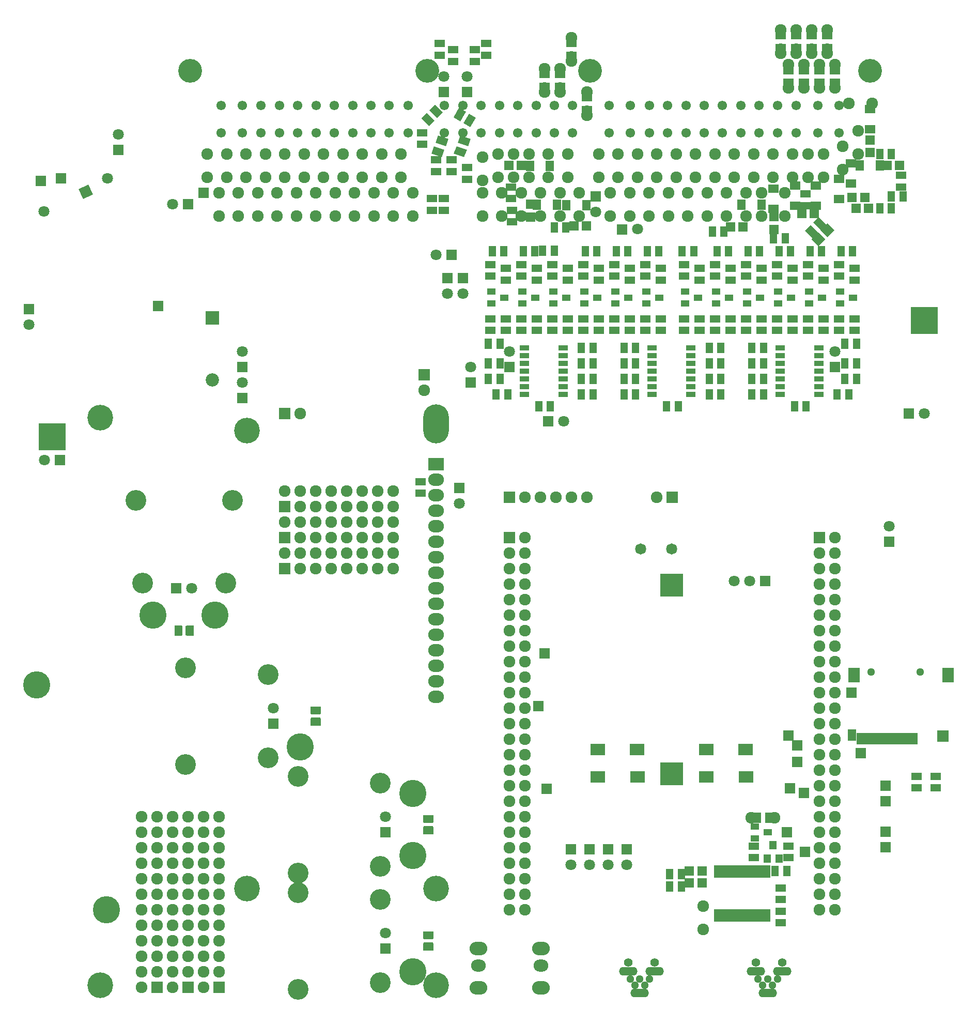
<source format=gbs>
G04 (created by PCBNEW (2013-07-07 BZR 4022)-stable) date 18/12/2014 23:20:11*
%MOIN*%
G04 Gerber Fmt 3.4, Leading zero omitted, Abs format*
%FSLAX34Y34*%
G01*
G70*
G90*
G04 APERTURE LIST*
%ADD10C,0.00393701*%
%ADD11C,0.165748*%
%ADD12O,0.100748X0.080748*%
%ADD13R,0.100748X0.080748*%
%ADD14O,0.165748X0.251968*%
%ADD15C,0.075748*%
%ADD16C,0.061048*%
%ADD17C,0.153548*%
%ADD18R,0.070748X0.050748*%
%ADD19R,0.070748X0.070748*%
%ADD20C,0.070748*%
%ADD21R,0.145276X0.145276*%
%ADD22R,0.075748X0.075748*%
%ADD23C,0.071748*%
%ADD24R,0.0944882X0.0748031*%
%ADD25C,0.085748*%
%ADD26R,0.085748X0.085748*%
%ADD27R,0.055148X0.039348*%
%ADD28R,0.050748X0.070748*%
%ADD29R,0.060748X0.035748*%
%ADD30R,0.031748X0.080748*%
%ADD31R,0.045748X0.075748*%
%ADD32R,0.055748X0.075748*%
%ADD33R,0.075748X0.095748*%
%ADD34C,0.050748*%
%ADD35C,0.055748*%
%ADD36O,0.094448X0.078748*%
%ADD37O,0.114148X0.086648*%
%ADD38C,0.133848*%
%ADD39R,0.060748X0.040748*%
%ADD40C,0.175748*%
%ADD41R,0.040748X0.060748*%
%ADD42R,0.047248X0.055148*%
%ADD43R,0.062948X0.062948*%
%ADD44R,0.075748X0.023748*%
%ADD45R,0.023748X0.075748*%
%ADD46R,0.053748X0.065748*%
%ADD47R,0.065748X0.053748*%
%ADD48O,0.118748X0.055748*%
%ADD49R,0.175748X0.175748*%
G04 APERTURE END LIST*
G54D10*
G54D11*
X57295Y-42584D03*
X57295Y-72112D03*
X69500Y-72112D03*
G54D12*
X69500Y-58750D03*
X69500Y-59750D03*
G54D13*
X69500Y-44750D03*
G54D12*
X69500Y-45750D03*
X69500Y-46750D03*
X69500Y-47750D03*
X69500Y-48750D03*
X69500Y-49750D03*
X69500Y-50750D03*
X69500Y-51750D03*
X69500Y-52750D03*
X69500Y-53750D03*
X69500Y-54750D03*
X69500Y-55750D03*
X69500Y-56750D03*
X69500Y-57750D03*
G54D14*
X69500Y-42167D03*
G54D11*
X69500Y-78364D03*
X47845Y-41750D03*
X47846Y-78364D03*
G54D15*
X78000Y-24750D03*
X78000Y-26250D03*
X61000Y-24750D03*
X61000Y-26250D03*
X59750Y-24750D03*
X59750Y-26250D03*
X58500Y-24750D03*
X58500Y-26250D03*
X57250Y-24750D03*
X57250Y-26250D03*
X54750Y-24750D03*
X54750Y-26250D03*
X56000Y-24750D03*
X56000Y-26250D03*
X87000Y-27250D03*
X87000Y-28750D03*
G54D16*
X55621Y-21628D03*
X55621Y-23400D03*
X56998Y-23400D03*
X56998Y-21628D03*
X61762Y-21628D03*
X61762Y-23400D03*
X60581Y-23400D03*
X60581Y-21628D03*
X58219Y-21628D03*
X58219Y-23400D03*
X59400Y-23400D03*
X59400Y-21628D03*
X64124Y-21628D03*
X64124Y-23400D03*
X62943Y-23400D03*
X62943Y-21628D03*
X65305Y-21628D03*
X65305Y-23400D03*
X66486Y-23400D03*
X66486Y-21628D03*
X73592Y-21628D03*
X73592Y-23400D03*
X72411Y-23400D03*
X72411Y-21628D03*
X70049Y-21628D03*
X70049Y-23400D03*
X71230Y-23400D03*
X71230Y-21628D03*
X75955Y-21628D03*
X75955Y-23400D03*
X74774Y-23400D03*
X74774Y-21628D03*
X77136Y-21628D03*
X77136Y-23400D03*
X67707Y-21628D03*
X67707Y-23400D03*
X78317Y-23400D03*
X78317Y-21628D03*
X82036Y-23400D03*
X82036Y-21628D03*
X80658Y-23400D03*
X80658Y-21628D03*
X86801Y-23400D03*
X86801Y-21628D03*
X85620Y-23400D03*
X85620Y-21628D03*
X83258Y-23400D03*
X83258Y-21628D03*
X84439Y-23400D03*
X84439Y-21628D03*
X89163Y-23400D03*
X89163Y-21628D03*
X87982Y-23400D03*
X87982Y-21628D03*
X90344Y-23400D03*
X90344Y-21628D03*
X91525Y-23400D03*
X91525Y-21628D03*
X92746Y-23400D03*
X92746Y-21628D03*
X94124Y-23400D03*
X94124Y-21628D03*
G54D17*
X53632Y-19384D03*
X68927Y-19384D03*
X79439Y-19384D03*
G54D16*
X95502Y-23400D03*
X95502Y-21628D03*
G54D17*
X97490Y-19384D03*
G54D15*
X75500Y-24750D03*
X75500Y-26250D03*
X77500Y-27250D03*
X77500Y-28750D03*
X76750Y-24750D03*
X76750Y-26250D03*
X78750Y-27250D03*
X78750Y-28750D03*
X80750Y-27250D03*
X80750Y-28750D03*
X80000Y-24750D03*
X80000Y-26250D03*
X82000Y-27250D03*
X82000Y-28750D03*
X81250Y-24750D03*
X81250Y-26250D03*
X83250Y-27250D03*
X83250Y-28750D03*
X82500Y-24750D03*
X82500Y-26250D03*
X84500Y-27250D03*
X84500Y-28750D03*
X83750Y-24750D03*
X83750Y-26250D03*
X85750Y-27250D03*
X85750Y-28750D03*
X85000Y-24750D03*
X85000Y-26250D03*
X76250Y-27250D03*
X76250Y-28750D03*
X86250Y-24750D03*
X86250Y-26250D03*
X88250Y-27250D03*
X88250Y-28750D03*
X87500Y-24750D03*
X87500Y-26250D03*
X89500Y-27250D03*
X89500Y-28750D03*
X88750Y-24750D03*
X88750Y-26250D03*
X90500Y-27250D03*
X90500Y-28750D03*
X90000Y-24750D03*
X90000Y-26250D03*
X92000Y-27250D03*
X92000Y-28750D03*
X91250Y-24750D03*
X91250Y-26250D03*
X93500Y-24750D03*
X93500Y-26250D03*
X92500Y-24750D03*
X92500Y-26250D03*
X95750Y-24250D03*
X95750Y-25750D03*
X94500Y-24750D03*
X94500Y-26250D03*
X96750Y-23250D03*
X96750Y-24750D03*
X96150Y-21500D03*
X97650Y-21500D03*
X65500Y-27250D03*
X65500Y-28750D03*
X56750Y-27250D03*
X56750Y-28750D03*
X58000Y-27250D03*
X58000Y-28750D03*
X59250Y-27250D03*
X59250Y-28750D03*
X60500Y-27250D03*
X60500Y-28750D03*
X61750Y-27250D03*
X61750Y-28750D03*
X63000Y-27250D03*
X63000Y-28750D03*
X62250Y-24750D03*
X62250Y-26250D03*
X64250Y-27250D03*
X64250Y-28750D03*
X63500Y-24750D03*
X63500Y-26250D03*
X55500Y-27250D03*
X55500Y-28750D03*
X64750Y-24750D03*
X64750Y-26250D03*
X66750Y-27250D03*
X66750Y-28750D03*
X66000Y-24750D03*
X66000Y-26250D03*
X68000Y-27250D03*
X68000Y-28750D03*
X67250Y-24750D03*
X67250Y-26250D03*
X72500Y-27250D03*
X72500Y-28750D03*
X72500Y-24950D03*
X72500Y-26450D03*
G54D18*
X68500Y-45875D03*
X68500Y-46625D03*
G54D19*
X74250Y-38500D03*
G54D20*
X74250Y-37500D03*
G54D19*
X95250Y-38500D03*
G54D20*
X95250Y-37500D03*
G54D19*
X70500Y-31250D03*
G54D20*
X69500Y-31250D03*
G54D21*
X84700Y-52537D03*
X84700Y-64730D03*
G54D19*
X78200Y-69584D03*
G54D20*
X78200Y-70584D03*
G54D19*
X79400Y-69584D03*
G54D20*
X79400Y-70584D03*
G54D19*
X80600Y-69584D03*
G54D20*
X80600Y-70584D03*
G54D19*
X81800Y-69584D03*
G54D20*
X81800Y-70584D03*
G54D19*
X90750Y-52284D03*
G54D20*
X89750Y-52284D03*
X88750Y-52284D03*
G54D22*
X74250Y-49484D03*
G54D15*
X75250Y-49484D03*
X74250Y-50484D03*
X75250Y-50484D03*
X74250Y-51484D03*
X75250Y-51484D03*
X74250Y-52484D03*
X75250Y-52484D03*
X74250Y-53484D03*
X75250Y-53484D03*
X74250Y-54484D03*
X75250Y-54484D03*
X74250Y-55484D03*
X75250Y-55484D03*
X74250Y-56484D03*
X75250Y-56484D03*
X74250Y-57484D03*
X75250Y-57484D03*
X74250Y-58484D03*
X75250Y-58484D03*
X74250Y-59484D03*
X75250Y-59484D03*
X74250Y-60484D03*
X75250Y-60484D03*
X74250Y-61484D03*
X75250Y-61484D03*
X74250Y-62484D03*
X75250Y-62484D03*
X74250Y-63484D03*
X75250Y-63484D03*
X74250Y-64484D03*
X75250Y-64484D03*
X74250Y-65484D03*
X75250Y-65484D03*
X74250Y-66484D03*
X75250Y-66484D03*
X74250Y-67484D03*
X75250Y-67484D03*
X74250Y-68484D03*
X75250Y-68484D03*
X74250Y-69484D03*
X75250Y-69484D03*
X74250Y-70484D03*
X75250Y-70484D03*
X74250Y-71484D03*
X75250Y-71484D03*
X74250Y-72484D03*
X75250Y-72484D03*
X74250Y-73484D03*
X75250Y-73484D03*
G54D22*
X94250Y-49484D03*
G54D15*
X95250Y-49484D03*
X94250Y-50484D03*
X95250Y-50484D03*
X94250Y-51484D03*
X95250Y-51484D03*
X94250Y-52484D03*
X95250Y-52484D03*
X94250Y-53484D03*
X95250Y-53484D03*
X94250Y-54484D03*
X95250Y-54484D03*
X94250Y-55484D03*
X95250Y-55484D03*
X94250Y-56484D03*
X95250Y-56484D03*
X94250Y-57484D03*
X95250Y-57484D03*
X94250Y-58484D03*
X95250Y-58484D03*
X94250Y-59484D03*
X95250Y-59484D03*
X94250Y-60484D03*
X95250Y-60484D03*
X94250Y-61484D03*
X95250Y-61484D03*
X94250Y-62484D03*
X95250Y-62484D03*
X94250Y-63484D03*
X95250Y-63484D03*
X94250Y-64484D03*
X95250Y-64484D03*
X94250Y-65484D03*
X95250Y-65484D03*
X94250Y-66484D03*
X95250Y-66484D03*
X94250Y-67484D03*
X95250Y-67484D03*
X94250Y-68484D03*
X95250Y-68484D03*
X94250Y-69484D03*
X95250Y-69484D03*
X94250Y-70484D03*
X95250Y-70484D03*
X94250Y-71484D03*
X95250Y-71484D03*
X94250Y-72484D03*
X95250Y-72484D03*
X94250Y-73484D03*
X95250Y-73484D03*
G54D22*
X84750Y-46884D03*
G54D15*
X83750Y-46884D03*
G54D22*
X74250Y-46884D03*
G54D15*
X75250Y-46884D03*
X76250Y-46884D03*
X77250Y-46884D03*
X78250Y-46884D03*
X79250Y-46884D03*
G54D23*
X82700Y-50234D03*
X84700Y-50234D03*
G54D24*
X86920Y-63148D03*
X89479Y-63148D03*
X89518Y-64919D03*
X86920Y-64919D03*
X79920Y-63148D03*
X82479Y-63148D03*
X82518Y-64919D03*
X79920Y-64919D03*
G54D18*
X69250Y-27625D03*
X69250Y-28375D03*
G54D10*
G36*
X69632Y-23538D02*
X70297Y-23780D01*
X70123Y-24257D01*
X69459Y-24015D01*
X69632Y-23538D01*
X69632Y-23538D01*
G37*
G36*
X69376Y-24242D02*
X70040Y-24484D01*
X69867Y-24961D01*
X69202Y-24719D01*
X69376Y-24242D01*
X69376Y-24242D01*
G37*
G36*
X69444Y-21555D02*
X69944Y-22055D01*
X69585Y-22414D01*
X69085Y-21914D01*
X69444Y-21555D01*
X69444Y-21555D01*
G37*
G36*
X68914Y-22085D02*
X69414Y-22585D01*
X69055Y-22944D01*
X68555Y-22444D01*
X68914Y-22085D01*
X68914Y-22085D01*
G37*
G36*
X70628Y-22391D02*
X70982Y-21779D01*
X71421Y-22033D01*
X71068Y-22645D01*
X70628Y-22391D01*
X70628Y-22391D01*
G37*
G36*
X71278Y-22766D02*
X71631Y-22154D01*
X72071Y-22408D01*
X71717Y-23020D01*
X71278Y-22766D01*
X71278Y-22766D01*
G37*
G36*
X71082Y-23538D02*
X71747Y-23780D01*
X71573Y-24257D01*
X70909Y-24015D01*
X71082Y-23538D01*
X71082Y-23538D01*
G37*
G36*
X70826Y-24242D02*
X71490Y-24484D01*
X71317Y-24961D01*
X70652Y-24719D01*
X70826Y-24242D01*
X70826Y-24242D01*
G37*
G54D18*
X69500Y-25125D03*
X69500Y-25875D03*
X68600Y-23375D03*
X68600Y-24125D03*
X71500Y-25625D03*
X71500Y-26375D03*
X70500Y-25125D03*
X70500Y-25875D03*
X70000Y-28375D03*
X70000Y-27625D03*
G54D19*
X51556Y-34560D03*
G54D25*
X55056Y-39310D03*
G54D26*
X55056Y-35310D03*
G54D10*
G36*
X46744Y-27646D02*
X46445Y-27005D01*
X47086Y-26706D01*
X47385Y-27347D01*
X46744Y-27646D01*
X46744Y-27646D01*
G37*
G54D20*
X44196Y-28443D03*
G54D19*
X45306Y-26310D03*
G54D20*
X48306Y-26310D03*
G54D19*
X53500Y-28000D03*
G54D20*
X52500Y-28000D03*
G54D22*
X59750Y-41500D03*
G54D15*
X60750Y-41500D03*
G54D27*
X91584Y-34382D03*
X92416Y-34007D03*
X91584Y-33632D03*
X77084Y-34382D03*
X77916Y-34007D03*
X77084Y-33632D03*
X79084Y-34382D03*
X79916Y-34007D03*
X79084Y-33632D03*
X93584Y-34382D03*
X94416Y-34007D03*
X93584Y-33632D03*
X89584Y-34382D03*
X90416Y-34007D03*
X89584Y-33632D03*
X95584Y-34382D03*
X96416Y-34007D03*
X95584Y-33632D03*
X85584Y-34382D03*
X86416Y-34007D03*
X85584Y-33632D03*
X87584Y-34382D03*
X88416Y-34007D03*
X87584Y-33632D03*
X81084Y-34382D03*
X81916Y-34007D03*
X81084Y-33632D03*
X83084Y-34382D03*
X83916Y-34007D03*
X83084Y-33632D03*
X75084Y-34382D03*
X75916Y-34007D03*
X75084Y-33632D03*
X73084Y-34382D03*
X73916Y-34007D03*
X73084Y-33632D03*
G54D19*
X76750Y-42000D03*
G54D20*
X77750Y-42000D03*
G54D19*
X71750Y-39500D03*
G54D20*
X71750Y-38500D03*
G54D28*
X92625Y-41007D03*
X93375Y-41007D03*
X76875Y-41007D03*
X76125Y-41007D03*
X84375Y-41007D03*
X85125Y-41007D03*
X96625Y-39250D03*
X95875Y-39250D03*
X95375Y-40257D03*
X96125Y-40257D03*
X95625Y-31007D03*
X96375Y-31007D03*
X96625Y-38250D03*
X95875Y-38250D03*
X95875Y-37000D03*
X96625Y-37000D03*
X93625Y-31007D03*
X94375Y-31007D03*
X89875Y-38257D03*
X90625Y-38257D03*
X90625Y-37257D03*
X89875Y-37257D03*
X91625Y-31007D03*
X92375Y-31007D03*
X89625Y-31007D03*
X90375Y-31007D03*
X90625Y-40257D03*
X89875Y-40257D03*
X89875Y-39257D03*
X90625Y-39257D03*
G54D18*
X96500Y-35382D03*
X96500Y-36132D03*
X95500Y-31882D03*
X95500Y-32632D03*
X93500Y-35382D03*
X93500Y-36132D03*
X95500Y-35382D03*
X95500Y-36132D03*
X94500Y-35382D03*
X94500Y-36132D03*
X93500Y-31882D03*
X93500Y-32632D03*
X92500Y-35382D03*
X92500Y-36132D03*
X91500Y-31882D03*
X91500Y-32632D03*
X90500Y-35382D03*
X90500Y-36132D03*
G54D28*
X87875Y-39257D03*
X87125Y-39257D03*
G54D18*
X86500Y-35382D03*
X86500Y-36132D03*
X88500Y-35382D03*
X88500Y-36132D03*
X94500Y-32132D03*
X94500Y-32882D03*
X96500Y-32132D03*
X96500Y-32882D03*
G54D28*
X87625Y-31007D03*
X88375Y-31007D03*
X87125Y-40257D03*
X87875Y-40257D03*
X79625Y-39257D03*
X78875Y-39257D03*
X78875Y-40257D03*
X79625Y-40257D03*
X79125Y-31007D03*
X79875Y-31007D03*
X77125Y-31000D03*
X76375Y-31000D03*
X78875Y-37257D03*
X79625Y-37257D03*
X79625Y-38257D03*
X78875Y-38257D03*
G54D18*
X80000Y-35382D03*
X80000Y-36132D03*
X79000Y-35382D03*
X79000Y-36132D03*
X79000Y-31882D03*
X79000Y-32632D03*
X78000Y-35382D03*
X78000Y-36132D03*
X77000Y-35382D03*
X77000Y-36132D03*
X77000Y-31882D03*
X77000Y-32632D03*
X91500Y-35382D03*
X91500Y-36132D03*
X89500Y-35382D03*
X89500Y-36132D03*
X87500Y-35382D03*
X87500Y-36132D03*
X85500Y-35382D03*
X85500Y-36132D03*
G54D28*
X85375Y-31007D03*
X86125Y-31007D03*
G54D18*
X81000Y-35382D03*
X81000Y-36132D03*
X83000Y-35382D03*
X83000Y-36132D03*
G54D28*
X82375Y-37257D03*
X81625Y-37257D03*
X81625Y-38257D03*
X82375Y-38257D03*
G54D18*
X81000Y-31882D03*
X81000Y-32632D03*
X82000Y-35382D03*
X82000Y-36132D03*
X83000Y-31882D03*
X83000Y-32632D03*
X84000Y-35382D03*
X84000Y-36132D03*
G54D28*
X81625Y-39257D03*
X82375Y-39257D03*
X82375Y-40257D03*
X81625Y-40257D03*
X81125Y-31007D03*
X81875Y-31007D03*
X83125Y-31007D03*
X83875Y-31007D03*
G54D18*
X92500Y-32132D03*
X92500Y-32882D03*
X90500Y-32132D03*
X90500Y-32882D03*
X78000Y-32132D03*
X78000Y-32882D03*
X80000Y-32132D03*
X80000Y-32882D03*
X82000Y-32132D03*
X82000Y-32882D03*
G54D28*
X87125Y-37257D03*
X87875Y-37257D03*
X87875Y-38257D03*
X87125Y-38257D03*
X72875Y-38250D03*
X73625Y-38250D03*
X73625Y-37000D03*
X72875Y-37000D03*
X75125Y-31007D03*
X75875Y-31007D03*
X73125Y-31007D03*
X73875Y-31007D03*
X74125Y-40257D03*
X73375Y-40257D03*
X72875Y-39250D03*
X73625Y-39250D03*
G54D18*
X76000Y-35382D03*
X76000Y-36132D03*
X75000Y-35382D03*
X75000Y-36132D03*
X75000Y-31882D03*
X75000Y-32632D03*
X74000Y-35382D03*
X74000Y-36132D03*
X73000Y-35382D03*
X73000Y-36132D03*
X73000Y-31882D03*
X73000Y-32632D03*
X74000Y-32132D03*
X74000Y-32882D03*
X76000Y-32132D03*
X76000Y-32882D03*
G54D29*
X91700Y-40257D03*
X91700Y-39757D03*
X91700Y-39257D03*
X91700Y-38757D03*
X91700Y-38257D03*
X91700Y-37757D03*
X91700Y-37257D03*
X94200Y-37257D03*
X94200Y-37757D03*
X94200Y-38757D03*
X94200Y-39257D03*
X94200Y-39757D03*
X94200Y-40257D03*
X94200Y-38257D03*
X83450Y-40257D03*
X83450Y-39757D03*
X83450Y-39257D03*
X83450Y-38757D03*
X83450Y-38257D03*
X83450Y-37757D03*
X83450Y-37257D03*
X85950Y-37257D03*
X85950Y-37757D03*
X85950Y-38757D03*
X85950Y-39257D03*
X85950Y-39757D03*
X85950Y-40257D03*
X85950Y-38257D03*
X75200Y-40257D03*
X75200Y-39757D03*
X75200Y-39257D03*
X75200Y-38757D03*
X75200Y-38257D03*
X75200Y-37757D03*
X75200Y-37257D03*
X77700Y-37257D03*
X77700Y-37757D03*
X77700Y-38757D03*
X77700Y-39257D03*
X77700Y-39757D03*
X77700Y-40257D03*
X77700Y-38257D03*
G54D18*
X91750Y-72075D03*
X91750Y-72825D03*
X91750Y-74325D03*
X91750Y-73575D03*
G54D30*
X89122Y-71033D03*
X89378Y-71033D03*
X89634Y-71033D03*
X89890Y-71033D03*
X88354Y-73867D03*
X88354Y-71033D03*
X88610Y-71033D03*
X88866Y-71033D03*
X90146Y-73867D03*
X89890Y-73867D03*
X89634Y-73867D03*
X89378Y-73867D03*
X89122Y-73867D03*
X88866Y-73867D03*
X90146Y-71033D03*
X88610Y-73867D03*
X88098Y-73867D03*
X87843Y-73867D03*
X87587Y-73867D03*
X87587Y-71033D03*
X87843Y-71033D03*
X88098Y-71033D03*
X90402Y-71033D03*
X90657Y-71033D03*
X90913Y-71033D03*
X90913Y-73867D03*
X90657Y-73867D03*
X90402Y-73867D03*
G54D31*
X100332Y-62450D03*
X99899Y-62450D03*
X99466Y-62450D03*
X99033Y-62450D03*
X98600Y-62450D03*
X98166Y-62450D03*
X97733Y-62450D03*
X97300Y-62450D03*
X96867Y-62450D03*
G54D32*
X96337Y-62213D03*
G54D33*
X96474Y-58366D03*
X102537Y-58366D03*
G54D22*
X102214Y-62295D03*
G54D34*
X97576Y-58158D03*
X100725Y-58158D03*
G54D19*
X81500Y-29625D03*
G54D20*
X82500Y-29600D03*
G54D19*
X79800Y-27500D03*
G54D20*
X79800Y-28500D03*
G54D19*
X100000Y-41500D03*
G54D20*
X101000Y-41500D03*
G54D19*
X57000Y-38500D03*
G54D20*
X57000Y-37500D03*
G54D19*
X57000Y-40500D03*
G54D20*
X57000Y-39500D03*
G54D22*
X68750Y-39000D03*
G54D15*
X68750Y-40000D03*
X74500Y-24750D03*
X74500Y-26250D03*
X75000Y-27250D03*
X75000Y-28750D03*
X73500Y-24750D03*
X73500Y-26250D03*
X73750Y-27250D03*
X73750Y-28750D03*
G54D18*
X89500Y-31875D03*
X89500Y-32625D03*
X87500Y-31875D03*
X87500Y-32625D03*
X85500Y-31875D03*
X85500Y-32625D03*
X88500Y-32125D03*
X88500Y-32875D03*
X86500Y-32125D03*
X86500Y-32875D03*
X84000Y-32125D03*
X84000Y-32875D03*
G54D35*
X81900Y-76900D03*
X83600Y-76900D03*
X90150Y-76900D03*
X91850Y-76900D03*
G54D18*
X70600Y-18025D03*
X70600Y-18775D03*
X72000Y-18025D03*
X72000Y-18775D03*
G54D19*
X71500Y-20750D03*
G54D20*
X71500Y-19750D03*
G54D19*
X70000Y-20750D03*
G54D20*
X70000Y-19750D03*
G54D36*
X72222Y-77072D03*
X76278Y-77072D03*
G54D37*
X76278Y-75970D03*
X72222Y-75970D03*
X76278Y-78530D03*
X72222Y-78530D03*
G54D18*
X101750Y-65625D03*
X101750Y-64875D03*
X100500Y-65625D03*
X100500Y-64875D03*
G54D19*
X70250Y-32750D03*
G54D20*
X70250Y-33750D03*
G54D19*
X71250Y-32750D03*
G54D20*
X71250Y-33750D03*
G54D19*
X71000Y-46300D03*
G54D20*
X71000Y-47300D03*
G54D19*
X92800Y-62900D03*
X93300Y-69750D03*
X96300Y-59500D03*
X92250Y-62250D03*
X96900Y-63400D03*
X92800Y-63950D03*
X98500Y-65500D03*
X92350Y-65650D03*
X98500Y-66500D03*
X93250Y-65950D03*
X76650Y-65700D03*
X76100Y-60350D03*
X76500Y-56950D03*
X98500Y-68450D03*
X92150Y-68500D03*
X98500Y-69450D03*
G54D38*
X60593Y-78610D03*
X60593Y-72390D03*
X65907Y-78177D03*
X65907Y-72823D03*
G54D18*
X69000Y-75875D03*
X69000Y-75125D03*
G54D39*
X69000Y-75800D03*
X69000Y-75200D03*
G54D19*
X66250Y-76000D03*
G54D20*
X66250Y-75000D03*
G54D40*
X68000Y-77500D03*
X48250Y-73500D03*
G54D38*
X60593Y-71110D03*
X60593Y-64890D03*
X65907Y-70677D03*
X65907Y-65323D03*
G54D18*
X69000Y-68375D03*
X69000Y-67625D03*
G54D39*
X69000Y-68300D03*
X69000Y-67700D03*
G54D19*
X66250Y-68500D03*
G54D20*
X66250Y-67500D03*
G54D40*
X68000Y-70000D03*
X68000Y-66000D03*
G54D38*
X53343Y-64110D03*
X53343Y-57890D03*
X58657Y-63677D03*
X58657Y-58323D03*
G54D18*
X61750Y-61375D03*
X61750Y-60625D03*
G54D39*
X61750Y-61300D03*
X61750Y-60700D03*
G54D19*
X59000Y-61500D03*
G54D20*
X59000Y-60500D03*
G54D40*
X43750Y-59000D03*
X60750Y-63000D03*
G54D38*
X50140Y-47093D03*
X56360Y-47093D03*
X50573Y-52407D03*
X55927Y-52407D03*
G54D28*
X52875Y-55500D03*
X53625Y-55500D03*
G54D41*
X52950Y-55500D03*
X53550Y-55500D03*
G54D19*
X52750Y-52750D03*
G54D20*
X53750Y-52750D03*
G54D40*
X55250Y-54500D03*
X51250Y-54500D03*
G54D19*
X54500Y-27250D03*
X44000Y-26500D03*
G54D42*
X91250Y-69317D03*
X90875Y-70183D03*
X91625Y-70183D03*
G54D27*
X90084Y-68875D03*
X90916Y-68500D03*
X90084Y-68125D03*
G54D15*
X86750Y-73250D03*
X86750Y-74750D03*
G54D28*
X84575Y-71200D03*
X85325Y-71200D03*
X84575Y-72000D03*
X85325Y-72000D03*
G54D18*
X90000Y-69375D03*
X90000Y-70125D03*
G54D28*
X92125Y-71000D03*
X91375Y-71000D03*
G54D18*
X92250Y-70125D03*
X92250Y-69375D03*
G54D43*
X85837Y-71000D03*
X86663Y-71000D03*
X85837Y-71750D03*
X86663Y-71750D03*
G54D44*
X90100Y-67550D03*
G54D28*
X90975Y-67550D03*
X90225Y-67550D03*
G54D15*
X89850Y-67550D03*
X91350Y-67550D03*
G54D44*
X91100Y-67550D03*
G54D18*
X69750Y-17625D03*
X69750Y-18375D03*
X72750Y-17625D03*
X72750Y-18375D03*
G54D22*
X51500Y-78500D03*
G54D15*
X50500Y-78500D03*
X51500Y-77500D03*
X50500Y-77500D03*
X51500Y-76500D03*
X50500Y-76500D03*
X51500Y-75500D03*
X50500Y-75500D03*
X51500Y-74500D03*
X50500Y-74500D03*
X51500Y-73500D03*
X50500Y-73500D03*
X51500Y-72500D03*
X50500Y-72500D03*
X51500Y-71500D03*
X50500Y-71500D03*
X51500Y-70500D03*
X50500Y-70500D03*
X51500Y-69500D03*
X50500Y-69500D03*
X51500Y-68500D03*
X50500Y-68500D03*
X51500Y-67500D03*
X50500Y-67500D03*
G54D22*
X53500Y-78500D03*
G54D15*
X52500Y-78500D03*
X53500Y-77500D03*
X52500Y-77500D03*
X53500Y-76500D03*
X52500Y-76500D03*
X53500Y-75500D03*
X52500Y-75500D03*
X53500Y-74500D03*
X52500Y-74500D03*
X53500Y-73500D03*
X52500Y-73500D03*
X53500Y-72500D03*
X52500Y-72500D03*
X53500Y-71500D03*
X52500Y-71500D03*
X53500Y-70500D03*
X52500Y-70500D03*
X53500Y-69500D03*
X52500Y-69500D03*
X53500Y-68500D03*
X52500Y-68500D03*
X53500Y-67500D03*
X52500Y-67500D03*
G54D22*
X55500Y-78500D03*
G54D15*
X54500Y-78500D03*
X55500Y-77500D03*
X54500Y-77500D03*
X55500Y-76500D03*
X54500Y-76500D03*
X55500Y-75500D03*
X54500Y-75500D03*
X55500Y-74500D03*
X54500Y-74500D03*
X55500Y-73500D03*
X54500Y-73500D03*
X55500Y-72500D03*
X54500Y-72500D03*
X55500Y-71500D03*
X54500Y-71500D03*
X55500Y-70500D03*
X54500Y-70500D03*
X55500Y-69500D03*
X54500Y-69500D03*
X55500Y-68500D03*
X54500Y-68500D03*
X55500Y-67500D03*
X54500Y-67500D03*
G54D22*
X59750Y-47500D03*
G54D15*
X59750Y-46500D03*
X60750Y-47500D03*
X60750Y-46500D03*
X61750Y-47500D03*
X61750Y-46500D03*
X62750Y-47500D03*
X62750Y-46500D03*
X63750Y-47500D03*
X63750Y-46500D03*
X64750Y-47500D03*
X64750Y-46500D03*
X65750Y-47500D03*
X65750Y-46500D03*
X66750Y-47500D03*
X66750Y-46500D03*
G54D22*
X59750Y-49500D03*
G54D15*
X59750Y-48500D03*
X60750Y-49500D03*
X60750Y-48500D03*
X61750Y-49500D03*
X61750Y-48500D03*
X62750Y-49500D03*
X62750Y-48500D03*
X63750Y-49500D03*
X63750Y-48500D03*
X64750Y-49500D03*
X64750Y-48500D03*
X65750Y-49500D03*
X65750Y-48500D03*
X66750Y-49500D03*
X66750Y-48500D03*
G54D22*
X59750Y-51500D03*
G54D15*
X59750Y-50500D03*
X60750Y-51500D03*
X60750Y-50500D03*
X61750Y-51500D03*
X61750Y-50500D03*
X62750Y-51500D03*
X62750Y-50500D03*
X63750Y-51500D03*
X63750Y-50500D03*
X64750Y-51500D03*
X64750Y-50500D03*
X65750Y-51500D03*
X65750Y-50500D03*
X66750Y-51500D03*
X66750Y-50500D03*
G54D19*
X49000Y-24500D03*
G54D20*
X49000Y-23500D03*
G54D19*
X43250Y-34750D03*
G54D20*
X43250Y-35750D03*
G54D19*
X45250Y-44500D03*
G54D20*
X44250Y-44500D03*
G54D19*
X98750Y-49750D03*
G54D20*
X98750Y-48750D03*
G54D45*
X94250Y-19250D03*
G54D18*
X94250Y-20125D03*
X94250Y-19375D03*
G54D15*
X94250Y-19000D03*
X94250Y-20500D03*
G54D45*
X94250Y-20250D03*
X93750Y-17000D03*
G54D18*
X93750Y-17875D03*
X93750Y-17125D03*
G54D15*
X93750Y-16750D03*
X93750Y-18250D03*
G54D45*
X93750Y-18000D03*
X92750Y-17000D03*
G54D18*
X92750Y-17875D03*
X92750Y-17125D03*
G54D15*
X92750Y-16750D03*
X92750Y-18250D03*
G54D45*
X92750Y-18000D03*
X93250Y-19250D03*
G54D18*
X93250Y-20125D03*
X93250Y-19375D03*
G54D15*
X93250Y-19000D03*
X93250Y-20500D03*
G54D45*
X93250Y-20250D03*
X95250Y-19250D03*
G54D18*
X95250Y-20125D03*
X95250Y-19375D03*
G54D15*
X95250Y-19000D03*
X95250Y-20500D03*
G54D45*
X95250Y-20250D03*
X94750Y-17000D03*
G54D18*
X94750Y-17875D03*
X94750Y-17125D03*
G54D15*
X94750Y-16750D03*
X94750Y-18250D03*
G54D45*
X94750Y-18000D03*
X76500Y-19500D03*
G54D18*
X76500Y-20375D03*
X76500Y-19625D03*
G54D15*
X76500Y-19250D03*
X76500Y-20750D03*
G54D45*
X76500Y-20500D03*
X77500Y-19500D03*
G54D18*
X77500Y-20375D03*
X77500Y-19625D03*
G54D15*
X77500Y-19250D03*
X77500Y-20750D03*
G54D45*
X77500Y-20500D03*
X78250Y-17500D03*
G54D18*
X78250Y-18375D03*
X78250Y-17625D03*
G54D15*
X78250Y-17250D03*
X78250Y-18750D03*
G54D45*
X78250Y-18500D03*
X79250Y-21000D03*
G54D18*
X79250Y-21875D03*
X79250Y-21125D03*
G54D15*
X79250Y-20750D03*
X79250Y-22250D03*
G54D45*
X79250Y-22000D03*
X91750Y-17000D03*
G54D18*
X91750Y-17875D03*
X91750Y-17125D03*
G54D15*
X91750Y-16750D03*
X91750Y-18250D03*
G54D45*
X91750Y-18000D03*
X92250Y-19250D03*
G54D18*
X92250Y-20125D03*
X92250Y-19375D03*
G54D15*
X92250Y-19000D03*
X92250Y-20500D03*
G54D45*
X92250Y-20250D03*
G54D46*
X79190Y-28040D03*
X77900Y-28040D03*
G54D47*
X97510Y-23140D03*
X97510Y-21850D03*
G54D46*
X75560Y-25510D03*
X76850Y-25510D03*
X98140Y-25490D03*
X96850Y-25490D03*
X76010Y-28010D03*
X77300Y-28010D03*
G54D47*
X94010Y-28090D03*
X94010Y-26800D03*
X95510Y-27640D03*
X95510Y-26350D03*
G54D46*
X89210Y-28010D03*
X90500Y-28010D03*
G54D47*
X92660Y-28090D03*
X92660Y-26800D03*
X96260Y-26640D03*
X96260Y-25350D03*
X91260Y-28290D03*
X91260Y-27000D03*
G54D10*
G36*
X93805Y-30194D02*
X93305Y-29694D01*
X93664Y-29335D01*
X94164Y-29835D01*
X93805Y-30194D01*
X93805Y-30194D01*
G37*
G36*
X94335Y-29664D02*
X93835Y-29164D01*
X94194Y-28805D01*
X94694Y-29305D01*
X94335Y-29664D01*
X94335Y-29664D01*
G37*
G54D28*
X98125Y-24750D03*
X98875Y-24750D03*
G54D18*
X93350Y-28075D03*
X93350Y-27325D03*
G54D28*
X98875Y-27500D03*
X99625Y-27500D03*
X98125Y-28250D03*
X98875Y-28250D03*
G54D18*
X99500Y-26125D03*
X99500Y-26875D03*
G54D28*
X92025Y-30200D03*
X91275Y-30200D03*
X88075Y-29750D03*
X87325Y-29750D03*
G54D18*
X74400Y-29125D03*
X74400Y-28375D03*
X74350Y-26875D03*
X74350Y-27625D03*
G54D28*
X77875Y-29500D03*
X77125Y-29500D03*
G54D10*
G36*
X94157Y-30687D02*
X93712Y-30242D01*
X94157Y-29796D01*
X94603Y-30242D01*
X94157Y-30687D01*
X94157Y-30687D01*
G37*
G36*
X94742Y-30103D02*
X94296Y-29657D01*
X94742Y-29212D01*
X95187Y-29657D01*
X94742Y-30103D01*
X94742Y-30103D01*
G37*
G54D43*
X93913Y-28600D03*
X93087Y-28600D03*
X91300Y-29613D03*
X91300Y-28787D03*
X97163Y-27550D03*
X96337Y-27550D03*
X88487Y-29450D03*
X89313Y-29450D03*
X97413Y-28250D03*
X96587Y-28250D03*
X75600Y-28813D03*
X75600Y-27987D03*
X99413Y-25500D03*
X98587Y-25500D03*
X74187Y-25500D03*
X75013Y-25500D03*
X97500Y-24663D03*
X97500Y-23837D03*
X78387Y-29400D03*
X79213Y-29400D03*
G54D34*
X90270Y-77953D03*
X90585Y-78346D03*
X90900Y-77953D03*
X91214Y-78346D03*
X91529Y-77953D03*
G54D48*
X90900Y-78838D03*
X90151Y-77461D03*
X91844Y-77461D03*
G54D34*
X82020Y-77953D03*
X82335Y-78346D03*
X82650Y-77953D03*
X82964Y-78346D03*
X83279Y-77953D03*
G54D48*
X82650Y-78838D03*
X81901Y-77461D03*
X83594Y-77461D03*
G54D49*
X44750Y-43000D03*
X101000Y-35500D03*
M02*

</source>
